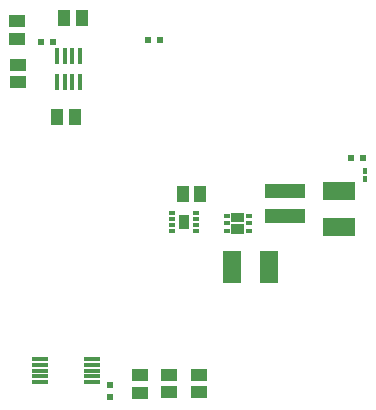
<source format=gtp>
G04 Layer_Color=8421504*
%FSLAX44Y44*%
%MOMM*%
G71*
G01*
G75*
%ADD10R,0.6000X0.5000*%
%ADD11R,0.3000X0.5000*%
%ADD12R,3.4000X1.3000*%
%ADD13R,1.1000X1.4000*%
%ADD14R,0.4500X1.4000*%
%ADD15R,0.4500X1.4000*%
%ADD16R,0.4500X1.4000*%
%ADD17R,1.4000X1.1000*%
%ADD18R,0.4700X0.3500*%
%ADD19R,1.4000X0.3500*%
%ADD20R,0.5000X0.3000*%
%ADD21R,0.9000X1.3000*%
%ADD22R,1.5000X2.8000*%
%ADD23R,2.8000X1.5000*%
%ADD24R,0.5000X0.6000*%
G36*
X220130Y177403D02*
X209130D01*
Y185103D01*
X220130D01*
Y177403D01*
D02*
G37*
G36*
Y167703D02*
X209130D01*
Y175403D01*
X220130D01*
Y167703D01*
D02*
G37*
D10*
X320214Y231394D02*
D03*
X310214D02*
D03*
X58340Y330200D02*
D03*
X48340D02*
D03*
X138383Y331343D02*
D03*
X148383D02*
D03*
D11*
X322453Y213670D02*
D03*
Y220670D02*
D03*
D12*
X254508Y182921D02*
D03*
Y203921D02*
D03*
D13*
X182760Y201549D02*
D03*
X167760D02*
D03*
X61715Y266446D02*
D03*
X76715D02*
D03*
X82684Y350139D02*
D03*
X67684D02*
D03*
D14*
X61370Y295959D02*
D03*
D15*
X67870D02*
D03*
X74370D02*
D03*
X80870Y295959D02*
D03*
D16*
X61370Y317959D02*
D03*
X67870D02*
D03*
X74370D02*
D03*
X80870D02*
D03*
D17*
X28829Y295776D02*
D03*
Y310776D02*
D03*
X132080Y48013D02*
D03*
Y33013D02*
D03*
X156464Y48267D02*
D03*
Y33267D02*
D03*
X27813Y332352D02*
D03*
Y347352D02*
D03*
X181610Y48267D02*
D03*
Y33267D02*
D03*
D18*
X223780Y176403D02*
D03*
Y169903D02*
D03*
Y182903D02*
D03*
X205480D02*
D03*
Y169903D02*
D03*
Y176403D02*
D03*
X214630Y171553D02*
D03*
Y181253D02*
D03*
D19*
X46834Y61689D02*
D03*
Y56689D02*
D03*
Y51689D02*
D03*
Y46689D02*
D03*
Y41689D02*
D03*
X90834Y61689D02*
D03*
Y56689D02*
D03*
Y51689D02*
D03*
Y46689D02*
D03*
Y41689D02*
D03*
D20*
X158910Y184919D02*
D03*
Y179919D02*
D03*
Y174919D02*
D03*
Y169919D02*
D03*
X178910D02*
D03*
Y174919D02*
D03*
Y179919D02*
D03*
Y184919D02*
D03*
D21*
X168910Y177419D02*
D03*
D22*
X210052Y139065D02*
D03*
X241052D02*
D03*
D23*
X299974Y173095D02*
D03*
Y204095D02*
D03*
D24*
X106553Y39544D02*
D03*
Y29544D02*
D03*
M02*

</source>
